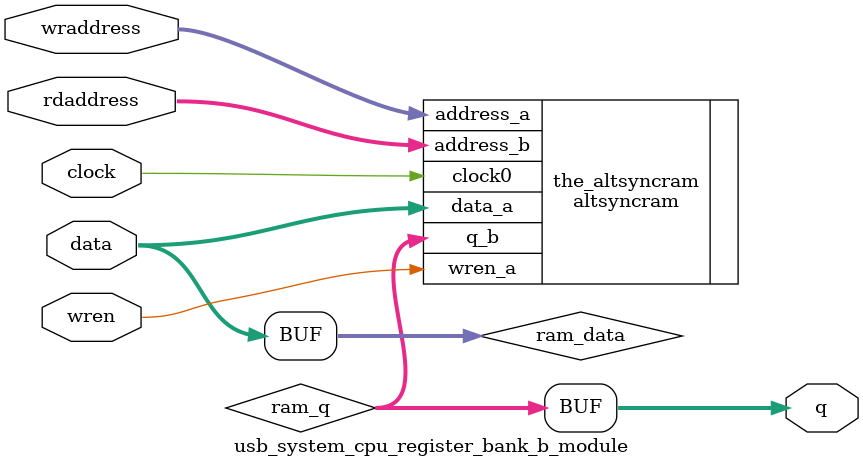
<source format=v>
module usb_system_cpu_register_bank_b_module (
                                               // inputs:
                                                clock,
                                                data,
                                                rdaddress,
                                                wraddress,
                                                wren,
                                               // outputs:
                                                q
                                             )
;
  parameter lpm_file = "UNUSED";
  output  [ 31: 0] q;
  input            clock;
  input   [ 31: 0] data;
  input   [  4: 0] rdaddress;
  input   [  4: 0] wraddress;
  input            wren;
  wire    [ 31: 0] q;
  wire    [ 31: 0] ram_data;
  wire    [ 31: 0] ram_q;
  assign q = ram_q;
  assign ram_data = data;
  altsyncram the_altsyncram
    (
      .address_a (wraddress),
      .address_b (rdaddress),
      .clock0 (clock),
      .data_a (ram_data),
      .q_b (ram_q),
      .wren_a (wren)
    );
  defparam the_altsyncram.address_reg_b = "CLOCK0",
           the_altsyncram.init_file = lpm_file,
           the_altsyncram.maximum_depth = 0,
           the_altsyncram.numwords_a = 32,
           the_altsyncram.numwords_b = 32,
           the_altsyncram.operation_mode = "DUAL_PORT",
           the_altsyncram.outdata_reg_b = "UNREGISTERED",
           the_altsyncram.ram_block_type = "AUTO",
           the_altsyncram.rdcontrol_reg_b = "CLOCK0",
           the_altsyncram.read_during_write_mode_mixed_ports = "DONT_CARE",
           the_altsyncram.width_a = 32,
           the_altsyncram.width_b = 32,
           the_altsyncram.widthad_a = 5,
           the_altsyncram.widthad_b = 5;
endmodule
</source>
